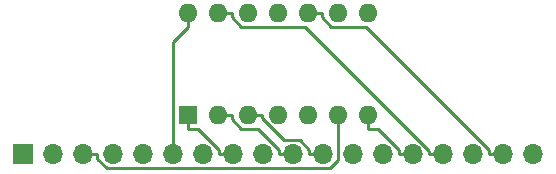
<source format=gbr>
%TF.GenerationSoftware,KiCad,Pcbnew,7.0.8*%
%TF.CreationDate,2025-02-11T21:18:31-08:00*%
%TF.ProjectId,professordisplay,70726f66-6573-4736-9f72-646973706c61,rev?*%
%TF.SameCoordinates,Original*%
%TF.FileFunction,Copper,L2,Bot*%
%TF.FilePolarity,Positive*%
%FSLAX46Y46*%
G04 Gerber Fmt 4.6, Leading zero omitted, Abs format (unit mm)*
G04 Created by KiCad (PCBNEW 7.0.8) date 2025-02-11 21:18:31*
%MOMM*%
%LPD*%
G01*
G04 APERTURE LIST*
%TA.AperFunction,ComponentPad*%
%ADD10R,1.600000X1.600000*%
%TD*%
%TA.AperFunction,ComponentPad*%
%ADD11O,1.600000X1.600000*%
%TD*%
%TA.AperFunction,ComponentPad*%
%ADD12R,1.700000X1.700000*%
%TD*%
%TA.AperFunction,ComponentPad*%
%ADD13O,1.700000X1.700000*%
%TD*%
%TA.AperFunction,Conductor*%
%ADD14C,0.250000*%
%TD*%
G04 APERTURE END LIST*
D10*
%TO.P,J2,1,Pin_1*%
%TO.N,SCA4*%
X133345000Y-121158000D03*
D11*
%TO.P,J2,2,Pin_2*%
%TO.N,SCA5*%
X135885000Y-121158000D03*
%TO.P,J2,3,Pin_3*%
%TO.N,D*%
X138425000Y-121158000D03*
%TO.P,J2,4,Pin_4*%
%TO.N,DP*%
X140965000Y-121158000D03*
%TO.P,J2,5,Pin_5*%
%TO.N,SCA6*%
X143505000Y-121158000D03*
%TO.P,J2,6,Pin_6*%
%TO.N,C*%
X146045000Y-121158000D03*
%TO.P,J2,7,Pin_7*%
%TO.N,SCA7*%
X148585000Y-121158000D03*
%TO.P,J2,8,Pin_8*%
%TO.N,SCA8*%
X148585000Y-112538000D03*
%TO.P,J2,9,Pin_9*%
%TO.N,E*%
X146045000Y-112538000D03*
%TO.P,J2,10,Pin_10*%
%TO.N,F*%
X143505000Y-112538000D03*
%TO.P,J2,11,Pin_11*%
%TO.N,G*%
X140965000Y-112538000D03*
%TO.P,J2,12,Pin_12*%
%TO.N,A*%
X138425000Y-112538000D03*
%TO.P,J2,13,Pin_13*%
%TO.N,B*%
X135885000Y-112538000D03*
%TO.P,J2,14,Pin_14*%
%TO.N,SCA3*%
X133345000Y-112538000D03*
%TD*%
D12*
%TO.P,J1,1,Pin_1*%
%TO.N,unconnected-(J1-Pin_1-Pad1)*%
X119380000Y-124460000D03*
D13*
%TO.P,J1,2,Pin_2*%
%TO.N,unconnected-(J1-Pin_2-Pad2)*%
X121920000Y-124460000D03*
%TO.P,J1,3,Pin_3*%
%TO.N,C*%
X124460000Y-124460000D03*
%TO.P,J1,4,Pin_4*%
%TO.N,unconnected-(J1-Pin_4-Pad4)*%
X127000000Y-124460000D03*
%TO.P,J1,5,Pin_5*%
%TO.N,DP*%
X129540000Y-124460000D03*
%TO.P,J1,6,Pin_6*%
%TO.N,SCA3*%
X132080000Y-124460000D03*
%TO.P,J1,7,Pin_7*%
%TO.N,A*%
X134620000Y-124460000D03*
%TO.P,J1,8,Pin_8*%
%TO.N,SCA4*%
X137160000Y-124460000D03*
%TO.P,J1,9,Pin_9*%
%TO.N,E*%
X139700000Y-124460000D03*
%TO.P,J1,10,Pin_10*%
%TO.N,SCA5*%
X142240000Y-124460000D03*
%TO.P,J1,11,Pin_11*%
%TO.N,D*%
X144780000Y-124460000D03*
%TO.P,J1,12,Pin_12*%
%TO.N,SCA6*%
X147320000Y-124460000D03*
%TO.P,J1,13,Pin_13*%
%TO.N,G*%
X149860000Y-124460000D03*
%TO.P,J1,14,Pin_14*%
%TO.N,SCA7*%
X152400000Y-124460000D03*
%TO.P,J1,15,Pin_15*%
%TO.N,B*%
X154940000Y-124460000D03*
%TO.P,J1,16,Pin_16*%
%TO.N,SCA8*%
X157480000Y-124460000D03*
%TO.P,J1,17,Pin_17*%
%TO.N,F*%
X160020000Y-124460000D03*
%TO.P,J1,18,Pin_18*%
%TO.N,unconnected-(J1-Pin_18-Pad18)*%
X162560000Y-124460000D03*
%TD*%
D14*
%TO.N,B*%
X137010300Y-112819400D02*
X137010300Y-112538000D01*
X137854200Y-113663300D02*
X137010300Y-112819400D01*
X143265500Y-113663300D02*
X137854200Y-113663300D01*
X153764700Y-124162500D02*
X143265500Y-113663300D01*
X153764700Y-124460000D02*
X153764700Y-124162500D01*
X154940000Y-124460000D02*
X153764700Y-124460000D01*
X135885000Y-112538000D02*
X137010300Y-112538000D01*
%TO.N,D*%
X139550300Y-121384300D02*
X139550300Y-121158000D01*
X141450700Y-123284700D02*
X139550300Y-121384300D01*
X142796800Y-123284700D02*
X141450700Y-123284700D01*
X143604700Y-124092600D02*
X142796800Y-123284700D01*
X143604700Y-124460000D02*
X143604700Y-124092600D01*
X144780000Y-124460000D02*
X143604700Y-124460000D01*
X138425000Y-121158000D02*
X139550300Y-121158000D01*
%TO.N,C*%
X146045000Y-124917500D02*
X146045000Y-121158000D01*
X145311500Y-125651000D02*
X146045000Y-124917500D01*
X126459000Y-125651000D02*
X145311500Y-125651000D01*
X125635300Y-124827300D02*
X126459000Y-125651000D01*
X125635300Y-124460000D02*
X125635300Y-124827300D01*
X124460000Y-124460000D02*
X125635300Y-124460000D01*
%TO.N,SCA7*%
X149379100Y-122283300D02*
X148585000Y-122283300D01*
X151224700Y-124128900D02*
X149379100Y-122283300D01*
X151224700Y-124460000D02*
X151224700Y-124128900D01*
X152400000Y-124460000D02*
X151224700Y-124460000D01*
X148585000Y-121158000D02*
X148585000Y-122283300D01*
%TO.N,F*%
X160020000Y-124460000D02*
X158844700Y-124460000D01*
X144630300Y-112819400D02*
X144630300Y-112538000D01*
X145474200Y-113663300D02*
X144630300Y-112819400D01*
X148415400Y-113663300D02*
X145474200Y-113663300D01*
X158844700Y-124092600D02*
X148415400Y-113663300D01*
X158844700Y-124460000D02*
X158844700Y-124092600D01*
X143505000Y-112538000D02*
X144630300Y-112538000D01*
%TO.N,SCA5*%
X137010300Y-121439400D02*
X137010300Y-121158000D01*
X137854200Y-122283300D02*
X137010300Y-121439400D01*
X139255400Y-122283300D02*
X137854200Y-122283300D01*
X141064700Y-124092600D02*
X139255400Y-122283300D01*
X141064700Y-124460000D02*
X141064700Y-124092600D01*
X142240000Y-124460000D02*
X141064700Y-124460000D01*
X135885000Y-121158000D02*
X137010300Y-121158000D01*
%TO.N,SCA4*%
X134139100Y-122283300D02*
X133345000Y-122283300D01*
X135984700Y-124128900D02*
X134139100Y-122283300D01*
X135984700Y-124460000D02*
X135984700Y-124128900D01*
X137160000Y-124460000D02*
X135984700Y-124460000D01*
X133345000Y-121158000D02*
X133345000Y-122283300D01*
%TO.N,SCA3*%
X132080000Y-114928300D02*
X133345000Y-113663300D01*
X132080000Y-124460000D02*
X132080000Y-114928300D01*
X133345000Y-112538000D02*
X133345000Y-113663300D01*
%TD*%
M02*

</source>
